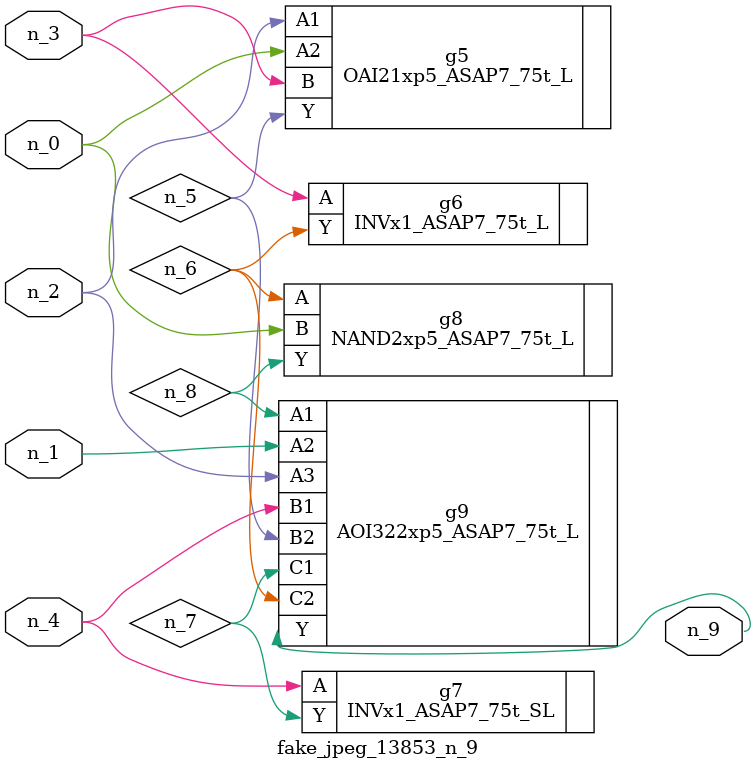
<source format=v>
module fake_jpeg_13853_n_9 (n_3, n_2, n_1, n_0, n_4, n_9);

input n_3;
input n_2;
input n_1;
input n_0;
input n_4;

output n_9;

wire n_8;
wire n_6;
wire n_5;
wire n_7;

OAI21xp5_ASAP7_75t_L g5 ( 
.A1(n_2),
.A2(n_0),
.B(n_3),
.Y(n_5)
);

INVx1_ASAP7_75t_L g6 ( 
.A(n_3),
.Y(n_6)
);

INVx1_ASAP7_75t_SL g7 ( 
.A(n_4),
.Y(n_7)
);

NAND2xp5_ASAP7_75t_L g8 ( 
.A(n_6),
.B(n_0),
.Y(n_8)
);

AOI322xp5_ASAP7_75t_L g9 ( 
.A1(n_8),
.A2(n_1),
.A3(n_2),
.B1(n_4),
.B2(n_5),
.C1(n_7),
.C2(n_6),
.Y(n_9)
);


endmodule
</source>
